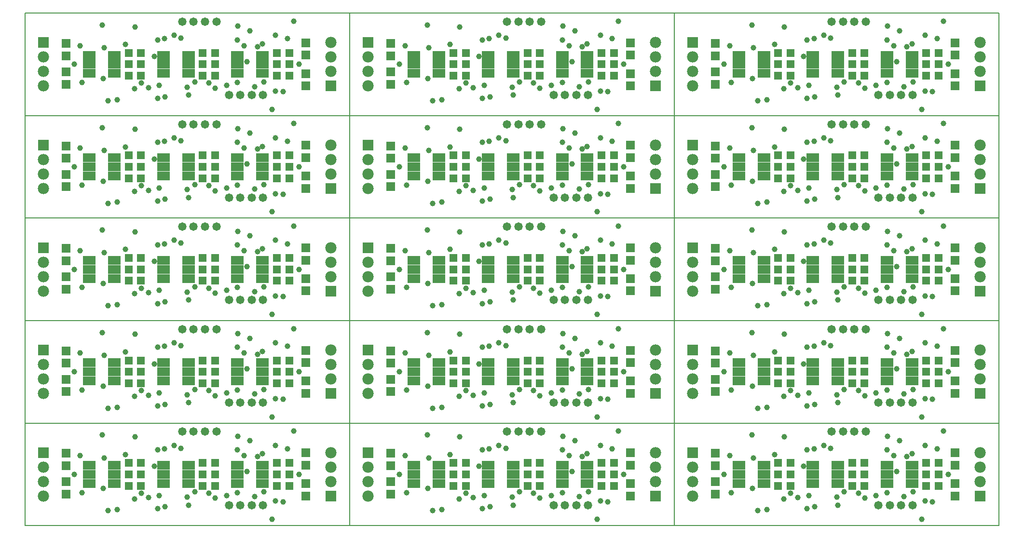
<source format=gbs>
%FSLAX25Y25*%
%MOIN*%
G70*
G01*
G75*
G04 Layer_Color=16711935*
%ADD10C,0.00787*%
%ADD11R,0.03543X0.03543*%
%ADD12R,0.05000X0.05000*%
%ADD13R,0.04000X0.07480*%
%ADD14R,0.03150X0.03150*%
%ADD15R,0.03150X0.03150*%
%ADD16R,0.03543X0.03543*%
%ADD17R,0.02559X0.01181*%
%ADD18R,0.01181X0.02559*%
%ADD19R,0.13583X0.13583*%
%ADD20R,0.09370X0.06496*%
%ADD21R,0.00984X0.02756*%
%ADD22R,0.03600X0.03600*%
%ADD23R,0.05000X0.03600*%
%ADD24C,0.01000*%
%ADD25C,0.01969*%
%ADD26C,0.00984*%
%ADD27C,0.00600*%
%ADD28R,0.05512X0.05512*%
%ADD29C,0.07000*%
%ADD30R,0.07000X0.07000*%
%ADD31C,0.05000*%
%ADD32C,0.03150*%
%ADD33C,0.03150*%
%ADD34R,0.07874X0.05118*%
%ADD35C,0.00800*%
%ADD36C,0.02000*%
%ADD37C,0.00591*%
%ADD38R,0.12795X0.12795*%
%ADD39R,0.08583X0.05709*%
%ADD40R,0.00827X0.02598*%
%ADD41R,0.04343X0.04343*%
%ADD42R,0.05800X0.05800*%
%ADD43R,0.04800X0.08280*%
%ADD44R,0.03950X0.03950*%
%ADD45R,0.03950X0.03950*%
%ADD46R,0.04343X0.04343*%
%ADD47R,0.03359X0.01981*%
%ADD48R,0.01981X0.03359*%
%ADD49R,0.14383X0.14383*%
%ADD50R,0.09685X0.06811*%
%ADD51R,0.01299X0.03071*%
%ADD52R,0.04400X0.04400*%
%ADD53R,0.05800X0.04400*%
%ADD54R,0.06312X0.06312*%
%ADD55C,0.07800*%
%ADD56R,0.07800X0.07800*%
%ADD57C,0.05800*%
%ADD58C,0.03950*%
%ADD59R,0.08674X0.05918*%
D10*
X0Y0D02*
Y70866D01*
X224410D01*
Y0D02*
Y70866D01*
X0Y0D02*
X224410D01*
Y70866D01*
X448819D01*
Y0D02*
Y70866D01*
X224410Y0D02*
X448819D01*
Y70866D01*
X673228D01*
Y0D02*
Y70866D01*
X448819Y0D02*
X673228D01*
X0Y70866D02*
Y141732D01*
X224410D01*
Y70866D02*
Y141732D01*
X0Y70866D02*
X224410D01*
Y141732D01*
X448819D01*
Y70866D02*
Y141732D01*
X224410Y70866D02*
X448819D01*
Y141732D01*
X673228D01*
Y70866D02*
Y141732D01*
X448819Y70866D02*
X673228D01*
X0Y141732D02*
Y212598D01*
X224410D01*
Y141732D02*
Y212598D01*
X0Y141732D02*
X224410D01*
Y212598D01*
X448819D01*
Y141732D02*
Y212598D01*
X224410Y141732D02*
X448819D01*
Y212598D01*
X673228D01*
Y141732D02*
Y212598D01*
X448819Y141732D02*
X673228D01*
X0Y212598D02*
Y283465D01*
X224410D01*
Y212598D02*
Y283465D01*
X0Y212598D02*
X224410D01*
Y283465D01*
X448819D01*
Y212598D02*
Y283465D01*
X224410Y212598D02*
X448819D01*
Y283465D01*
X673228D01*
Y212598D02*
Y283465D01*
X448819Y212598D02*
X673228D01*
X0Y283465D02*
Y354331D01*
X224410D01*
Y283465D02*
Y354331D01*
X0Y283465D02*
X224410D01*
Y354331D01*
X448819D01*
Y283465D02*
Y354331D01*
X224410Y283465D02*
X448819D01*
Y354331D01*
X673228D01*
Y283465D02*
Y354331D01*
X448819Y283465D02*
X673228D01*
D42*
X174097Y43307D02*
D03*
X182597D02*
D03*
X174097Y35433D02*
D03*
X182597D02*
D03*
X174097Y27559D02*
D03*
X182597D02*
D03*
X71734Y35433D02*
D03*
X80234D02*
D03*
X122915Y43307D02*
D03*
X131415D02*
D03*
X122915Y27559D02*
D03*
X131415D02*
D03*
X122915Y35433D02*
D03*
X131415D02*
D03*
X71734Y43307D02*
D03*
X80234D02*
D03*
X71734Y27559D02*
D03*
X80234D02*
D03*
X398506Y43307D02*
D03*
X407006D02*
D03*
X398506Y35433D02*
D03*
X407006D02*
D03*
X398506Y27559D02*
D03*
X407006D02*
D03*
X296144Y35433D02*
D03*
X304644D02*
D03*
X347325Y43307D02*
D03*
X355825D02*
D03*
X347325Y27559D02*
D03*
X355825D02*
D03*
X347325Y35433D02*
D03*
X355825D02*
D03*
X296144Y43307D02*
D03*
X304644D02*
D03*
X296144Y27559D02*
D03*
X304644D02*
D03*
X622915Y43307D02*
D03*
X631415D02*
D03*
X622915Y35433D02*
D03*
X631415D02*
D03*
X622915Y27559D02*
D03*
X631415D02*
D03*
X520553Y35433D02*
D03*
X529053D02*
D03*
X571734Y43307D02*
D03*
X580234D02*
D03*
X571734Y27559D02*
D03*
X580234D02*
D03*
X571734Y35433D02*
D03*
X580234D02*
D03*
X520553Y43307D02*
D03*
X529053D02*
D03*
X520553Y27559D02*
D03*
X529053D02*
D03*
X174097Y114173D02*
D03*
X182597D02*
D03*
X174097Y106299D02*
D03*
X182597D02*
D03*
X174097Y98425D02*
D03*
X182597D02*
D03*
X71734Y106299D02*
D03*
X80234D02*
D03*
X122915Y114173D02*
D03*
X131415D02*
D03*
X122915Y98425D02*
D03*
X131415D02*
D03*
X122915Y106299D02*
D03*
X131415D02*
D03*
X71734Y114173D02*
D03*
X80234D02*
D03*
X71734Y98425D02*
D03*
X80234D02*
D03*
X398506Y114173D02*
D03*
X407006D02*
D03*
X398506Y106299D02*
D03*
X407006D02*
D03*
X398506Y98425D02*
D03*
X407006D02*
D03*
X296144Y106299D02*
D03*
X304644D02*
D03*
X347325Y114173D02*
D03*
X355825D02*
D03*
X347325Y98425D02*
D03*
X355825D02*
D03*
X347325Y106299D02*
D03*
X355825D02*
D03*
X296144Y114173D02*
D03*
X304644D02*
D03*
X296144Y98425D02*
D03*
X304644D02*
D03*
X622915Y114173D02*
D03*
X631415D02*
D03*
X622915Y106299D02*
D03*
X631415D02*
D03*
X622915Y98425D02*
D03*
X631415D02*
D03*
X520553Y106299D02*
D03*
X529053D02*
D03*
X571734Y114173D02*
D03*
X580234D02*
D03*
X571734Y98425D02*
D03*
X580234D02*
D03*
X571734Y106299D02*
D03*
X580234D02*
D03*
X520553Y114173D02*
D03*
X529053D02*
D03*
X520553Y98425D02*
D03*
X529053D02*
D03*
X174097Y185039D02*
D03*
X182597D02*
D03*
X174097Y177165D02*
D03*
X182597D02*
D03*
X174097Y169291D02*
D03*
X182597D02*
D03*
X71734Y177165D02*
D03*
X80234D02*
D03*
X122915Y185039D02*
D03*
X131415D02*
D03*
X122915Y169291D02*
D03*
X131415D02*
D03*
X122915Y177165D02*
D03*
X131415D02*
D03*
X71734Y185039D02*
D03*
X80234D02*
D03*
X71734Y169291D02*
D03*
X80234D02*
D03*
X398506Y185039D02*
D03*
X407006D02*
D03*
X398506Y177165D02*
D03*
X407006D02*
D03*
X398506Y169291D02*
D03*
X407006D02*
D03*
X296144Y177165D02*
D03*
X304644D02*
D03*
X347325Y185039D02*
D03*
X355825D02*
D03*
X347325Y169291D02*
D03*
X355825D02*
D03*
X347325Y177165D02*
D03*
X355825D02*
D03*
X296144Y185039D02*
D03*
X304644D02*
D03*
X296144Y169291D02*
D03*
X304644D02*
D03*
X622915Y185039D02*
D03*
X631415D02*
D03*
X622915Y177165D02*
D03*
X631415D02*
D03*
X622915Y169291D02*
D03*
X631415D02*
D03*
X520553Y177165D02*
D03*
X529053D02*
D03*
X571734Y185039D02*
D03*
X580234D02*
D03*
X571734Y169291D02*
D03*
X580234D02*
D03*
X571734Y177165D02*
D03*
X580234D02*
D03*
X520553Y185039D02*
D03*
X529053D02*
D03*
X520553Y169291D02*
D03*
X529053D02*
D03*
X174097Y255906D02*
D03*
X182597D02*
D03*
X174097Y248031D02*
D03*
X182597D02*
D03*
X174097Y240158D02*
D03*
X182597D02*
D03*
X71734Y248031D02*
D03*
X80234D02*
D03*
X122915Y255906D02*
D03*
X131415D02*
D03*
X122915Y240158D02*
D03*
X131415D02*
D03*
X122915Y248031D02*
D03*
X131415D02*
D03*
X71734Y255906D02*
D03*
X80234D02*
D03*
X71734Y240158D02*
D03*
X80234D02*
D03*
X398506Y255906D02*
D03*
X407006D02*
D03*
X398506Y248031D02*
D03*
X407006D02*
D03*
X398506Y240158D02*
D03*
X407006D02*
D03*
X296144Y248031D02*
D03*
X304644D02*
D03*
X347325Y255906D02*
D03*
X355825D02*
D03*
X347325Y240158D02*
D03*
X355825D02*
D03*
X347325Y248031D02*
D03*
X355825D02*
D03*
X296144Y255906D02*
D03*
X304644D02*
D03*
X296144Y240158D02*
D03*
X304644D02*
D03*
X622915Y255906D02*
D03*
X631415D02*
D03*
X622915Y248031D02*
D03*
X631415D02*
D03*
X622915Y240158D02*
D03*
X631415D02*
D03*
X520553Y248031D02*
D03*
X529053D02*
D03*
X571734Y255906D02*
D03*
X580234D02*
D03*
X571734Y240158D02*
D03*
X580234D02*
D03*
X571734Y248031D02*
D03*
X580234D02*
D03*
X520553Y255906D02*
D03*
X529053D02*
D03*
X520553Y240158D02*
D03*
X529053D02*
D03*
X174097Y326772D02*
D03*
X182597D02*
D03*
X174097Y318898D02*
D03*
X182597D02*
D03*
X174097Y311024D02*
D03*
X182597D02*
D03*
X71734Y318898D02*
D03*
X80234D02*
D03*
X122915Y326772D02*
D03*
X131415D02*
D03*
X122915Y311024D02*
D03*
X131415D02*
D03*
X122915Y318898D02*
D03*
X131415D02*
D03*
X71734Y326772D02*
D03*
X80234D02*
D03*
X71734Y311024D02*
D03*
X80234D02*
D03*
X398506Y326772D02*
D03*
X407006D02*
D03*
X398506Y318898D02*
D03*
X407006D02*
D03*
X398506Y311024D02*
D03*
X407006D02*
D03*
X296144Y318898D02*
D03*
X304644D02*
D03*
X347325Y326772D02*
D03*
X355825D02*
D03*
X347325Y311024D02*
D03*
X355825D02*
D03*
X347325Y318898D02*
D03*
X355825D02*
D03*
X296144Y326772D02*
D03*
X304644D02*
D03*
X296144Y311024D02*
D03*
X304644D02*
D03*
X622915Y326772D02*
D03*
X631415D02*
D03*
X622915Y318898D02*
D03*
X631415D02*
D03*
X622915Y311024D02*
D03*
X631415D02*
D03*
X520553Y318898D02*
D03*
X529053D02*
D03*
X571734Y326772D02*
D03*
X580234D02*
D03*
X571734Y311024D02*
D03*
X580234D02*
D03*
X571734Y318898D02*
D03*
X580234D02*
D03*
X520553Y326772D02*
D03*
X529053D02*
D03*
X520553Y311024D02*
D03*
X529053D02*
D03*
D54*
X28346Y41419D02*
D03*
Y49919D02*
D03*
X28346Y30234D02*
D03*
Y21734D02*
D03*
X194095Y41813D02*
D03*
Y50313D02*
D03*
Y29053D02*
D03*
Y20553D02*
D03*
X252756Y41419D02*
D03*
Y49919D02*
D03*
X252756Y30234D02*
D03*
Y21734D02*
D03*
X418504Y41813D02*
D03*
Y50313D02*
D03*
Y29053D02*
D03*
Y20553D02*
D03*
X477165Y41419D02*
D03*
Y49919D02*
D03*
X477165Y30234D02*
D03*
Y21734D02*
D03*
X642913Y41813D02*
D03*
Y50313D02*
D03*
Y29053D02*
D03*
Y20553D02*
D03*
X28346Y112285D02*
D03*
Y120785D02*
D03*
X28346Y101100D02*
D03*
Y92600D02*
D03*
X194095Y112679D02*
D03*
Y121179D02*
D03*
Y99919D02*
D03*
Y91419D02*
D03*
X252756Y112285D02*
D03*
Y120785D02*
D03*
X252756Y101100D02*
D03*
Y92600D02*
D03*
X418504Y112679D02*
D03*
Y121179D02*
D03*
Y99919D02*
D03*
Y91419D02*
D03*
X477165Y112285D02*
D03*
Y120785D02*
D03*
X477165Y101100D02*
D03*
Y92600D02*
D03*
X642913Y112679D02*
D03*
Y121179D02*
D03*
Y99919D02*
D03*
Y91419D02*
D03*
X28346Y183152D02*
D03*
Y191652D02*
D03*
X28346Y171967D02*
D03*
Y163467D02*
D03*
X194095Y183545D02*
D03*
Y192045D02*
D03*
Y170785D02*
D03*
Y162285D02*
D03*
X252756Y183152D02*
D03*
Y191652D02*
D03*
X252756Y171967D02*
D03*
Y163467D02*
D03*
X418504Y183545D02*
D03*
Y192045D02*
D03*
Y170785D02*
D03*
Y162285D02*
D03*
X477165Y183152D02*
D03*
Y191652D02*
D03*
X477165Y171967D02*
D03*
Y163467D02*
D03*
X642913Y183545D02*
D03*
Y192045D02*
D03*
Y170785D02*
D03*
Y162285D02*
D03*
X28346Y254018D02*
D03*
Y262518D02*
D03*
X28346Y242833D02*
D03*
Y234333D02*
D03*
X194095Y254411D02*
D03*
Y262911D02*
D03*
Y241652D02*
D03*
Y233152D02*
D03*
X252756Y254018D02*
D03*
Y262518D02*
D03*
X252756Y242833D02*
D03*
Y234333D02*
D03*
X418504Y254411D02*
D03*
Y262911D02*
D03*
Y241652D02*
D03*
Y233152D02*
D03*
X477165Y254018D02*
D03*
Y262518D02*
D03*
X477165Y242833D02*
D03*
Y234333D02*
D03*
X642913Y254411D02*
D03*
Y262911D02*
D03*
Y241652D02*
D03*
Y233152D02*
D03*
X28346Y324884D02*
D03*
Y333384D02*
D03*
X28346Y313699D02*
D03*
Y305199D02*
D03*
X194095Y325278D02*
D03*
Y333778D02*
D03*
Y312518D02*
D03*
Y304018D02*
D03*
X252756Y324884D02*
D03*
Y333384D02*
D03*
X252756Y313699D02*
D03*
Y305199D02*
D03*
X418504Y325278D02*
D03*
Y333778D02*
D03*
Y312518D02*
D03*
Y304018D02*
D03*
X477165Y324884D02*
D03*
Y333384D02*
D03*
X477165Y313699D02*
D03*
Y305199D02*
D03*
X642913Y325278D02*
D03*
Y333778D02*
D03*
Y312518D02*
D03*
Y304018D02*
D03*
D55*
X12598Y20433D02*
D03*
Y30433D02*
D03*
Y40433D02*
D03*
X211417Y50433D02*
D03*
Y40433D02*
D03*
Y30433D02*
D03*
X237008Y20433D02*
D03*
Y30433D02*
D03*
Y40433D02*
D03*
X435827Y50433D02*
D03*
Y40433D02*
D03*
Y30433D02*
D03*
X461417Y20433D02*
D03*
Y30433D02*
D03*
Y40433D02*
D03*
X660236Y50433D02*
D03*
Y40433D02*
D03*
Y30433D02*
D03*
X12598Y91299D02*
D03*
Y101299D02*
D03*
Y111299D02*
D03*
X211417Y121299D02*
D03*
Y111299D02*
D03*
Y101299D02*
D03*
X237008Y91299D02*
D03*
Y101299D02*
D03*
Y111299D02*
D03*
X435827Y121299D02*
D03*
Y111299D02*
D03*
Y101299D02*
D03*
X461417Y91299D02*
D03*
Y101299D02*
D03*
Y111299D02*
D03*
X660236Y121299D02*
D03*
Y111299D02*
D03*
Y101299D02*
D03*
X12598Y162165D02*
D03*
Y172165D02*
D03*
Y182165D02*
D03*
X211417Y192165D02*
D03*
Y182165D02*
D03*
Y172165D02*
D03*
X237008Y162165D02*
D03*
Y172165D02*
D03*
Y182165D02*
D03*
X435827Y192165D02*
D03*
Y182165D02*
D03*
Y172165D02*
D03*
X461417Y162165D02*
D03*
Y172165D02*
D03*
Y182165D02*
D03*
X660236Y192165D02*
D03*
Y182165D02*
D03*
Y172165D02*
D03*
X12598Y233032D02*
D03*
Y243032D02*
D03*
Y253031D02*
D03*
X211417Y263032D02*
D03*
Y253031D02*
D03*
Y243032D02*
D03*
X237008Y233032D02*
D03*
Y243032D02*
D03*
Y253031D02*
D03*
X435827Y263032D02*
D03*
Y253031D02*
D03*
Y243032D02*
D03*
X461417Y233032D02*
D03*
Y243032D02*
D03*
Y253031D02*
D03*
X660236Y263032D02*
D03*
Y253031D02*
D03*
Y243032D02*
D03*
X12598Y303898D02*
D03*
Y313898D02*
D03*
Y323898D02*
D03*
X211417Y333898D02*
D03*
Y323898D02*
D03*
Y313898D02*
D03*
X237008Y303898D02*
D03*
Y313898D02*
D03*
Y323898D02*
D03*
X435827Y333898D02*
D03*
Y323898D02*
D03*
Y313898D02*
D03*
X461417Y303898D02*
D03*
Y313898D02*
D03*
Y323898D02*
D03*
X660236Y333898D02*
D03*
Y323898D02*
D03*
Y313898D02*
D03*
D56*
X12598Y50433D02*
D03*
X211417Y20433D02*
D03*
X237008Y50433D02*
D03*
X435827Y20433D02*
D03*
X461417Y50433D02*
D03*
X660236Y20433D02*
D03*
X12598Y121299D02*
D03*
X211417Y91299D02*
D03*
X237008Y121299D02*
D03*
X435827Y91299D02*
D03*
X461417Y121299D02*
D03*
X660236Y91299D02*
D03*
X12598Y192165D02*
D03*
X211417Y162165D02*
D03*
X237008Y192165D02*
D03*
X435827Y162165D02*
D03*
X461417Y192165D02*
D03*
X660236Y162165D02*
D03*
X12598Y263032D02*
D03*
X211417Y233032D02*
D03*
X237008Y263032D02*
D03*
X435827Y233032D02*
D03*
X461417Y263032D02*
D03*
X660236Y233032D02*
D03*
X12598Y333898D02*
D03*
X211417Y303898D02*
D03*
X237008Y333898D02*
D03*
X435827Y303898D02*
D03*
X461417Y333898D02*
D03*
X660236Y303898D02*
D03*
D57*
X140945Y14173D02*
D03*
X148819D02*
D03*
X156693D02*
D03*
X164567D02*
D03*
X108661Y64961D02*
D03*
X116535D02*
D03*
X124409D02*
D03*
X132283D02*
D03*
X365354Y14173D02*
D03*
X373228D02*
D03*
X381102D02*
D03*
X388976D02*
D03*
X333071Y64961D02*
D03*
X340945D02*
D03*
X348819D02*
D03*
X356693D02*
D03*
X589764Y14173D02*
D03*
X597638D02*
D03*
X605512D02*
D03*
X613386D02*
D03*
X557480Y64961D02*
D03*
X565354D02*
D03*
X573228D02*
D03*
X581102D02*
D03*
X140945Y85039D02*
D03*
X148819D02*
D03*
X156693D02*
D03*
X164567D02*
D03*
X108661Y135827D02*
D03*
X116535D02*
D03*
X124409D02*
D03*
X132283D02*
D03*
X365354Y85039D02*
D03*
X373228D02*
D03*
X381102D02*
D03*
X388976D02*
D03*
X333071Y135827D02*
D03*
X340945D02*
D03*
X348819D02*
D03*
X356693D02*
D03*
X589764Y85039D02*
D03*
X597638D02*
D03*
X605512D02*
D03*
X613386D02*
D03*
X557480Y135827D02*
D03*
X565354D02*
D03*
X573228D02*
D03*
X581102D02*
D03*
X140945Y155905D02*
D03*
X148819D02*
D03*
X156693D02*
D03*
X164567D02*
D03*
X108661Y206693D02*
D03*
X116535D02*
D03*
X124409D02*
D03*
X132283D02*
D03*
X365354Y155905D02*
D03*
X373228D02*
D03*
X381102D02*
D03*
X388976D02*
D03*
X333071Y206693D02*
D03*
X340945D02*
D03*
X348819D02*
D03*
X356693D02*
D03*
X589764Y155905D02*
D03*
X597638D02*
D03*
X605512D02*
D03*
X613386D02*
D03*
X557480Y206693D02*
D03*
X565354D02*
D03*
X573228D02*
D03*
X581102D02*
D03*
X140945Y226772D02*
D03*
X148819D02*
D03*
X156693D02*
D03*
X164567D02*
D03*
X108661Y277559D02*
D03*
X116535D02*
D03*
X124409D02*
D03*
X132283D02*
D03*
X365354Y226772D02*
D03*
X373228D02*
D03*
X381102D02*
D03*
X388976D02*
D03*
X333071Y277559D02*
D03*
X340945D02*
D03*
X348819D02*
D03*
X356693D02*
D03*
X589764Y226772D02*
D03*
X597638D02*
D03*
X605512D02*
D03*
X613386D02*
D03*
X557480Y277559D02*
D03*
X565354D02*
D03*
X573228D02*
D03*
X581102D02*
D03*
X140945Y297638D02*
D03*
X148819D02*
D03*
X156693D02*
D03*
X164567D02*
D03*
X108661Y348425D02*
D03*
X116535D02*
D03*
X124409D02*
D03*
X132283D02*
D03*
X365354Y297638D02*
D03*
X373228D02*
D03*
X381102D02*
D03*
X388976D02*
D03*
X333071Y348425D02*
D03*
X340945D02*
D03*
X348819D02*
D03*
X356693D02*
D03*
X589764Y297638D02*
D03*
X597638D02*
D03*
X605512D02*
D03*
X613386D02*
D03*
X557480Y348425D02*
D03*
X565354D02*
D03*
X573228D02*
D03*
X581102D02*
D03*
D58*
X38189Y48425D02*
D03*
X34252Y35433D02*
D03*
X39370Y22835D02*
D03*
X131496Y18898D02*
D03*
X158661Y20079D02*
D03*
X153543Y37402D02*
D03*
X170866Y4331D02*
D03*
X146850Y22835D02*
D03*
X107874Y53543D02*
D03*
X173228Y55512D02*
D03*
X146850Y52362D02*
D03*
X69291Y49213D02*
D03*
X54724Y46850D02*
D03*
X103150Y55512D02*
D03*
X63779Y11024D02*
D03*
X164173Y49606D02*
D03*
X160630Y47638D02*
D03*
X89370Y40945D02*
D03*
X112205Y19685D02*
D03*
X189370Y35433D02*
D03*
X173228Y16929D02*
D03*
X127165Y22441D02*
D03*
X91732Y11811D02*
D03*
X53543Y62598D02*
D03*
X75984Y61417D02*
D03*
X96457Y53150D02*
D03*
X96850Y12992D02*
D03*
X139370Y20866D02*
D03*
X155512Y58661D02*
D03*
X164961Y23228D02*
D03*
X185827Y65354D02*
D03*
X117323Y23228D02*
D03*
X85433Y19291D02*
D03*
X92913Y20866D02*
D03*
X151575Y48425D02*
D03*
X147244Y61811D02*
D03*
X80315Y22441D02*
D03*
X181496Y53150D02*
D03*
X75590Y18504D02*
D03*
X57480Y10236D02*
D03*
X112992Y14173D02*
D03*
X178347Y16535D02*
D03*
X91732Y52362D02*
D03*
X53937Y25591D02*
D03*
X262598Y48425D02*
D03*
X258661Y35433D02*
D03*
X263779Y22835D02*
D03*
X355906Y18898D02*
D03*
X383071Y20079D02*
D03*
X377953Y37402D02*
D03*
X395276Y4331D02*
D03*
X371260Y22835D02*
D03*
X332283Y53543D02*
D03*
X397638Y55512D02*
D03*
X371260Y52362D02*
D03*
X293701Y49213D02*
D03*
X279134Y46850D02*
D03*
X327559Y55512D02*
D03*
X288189Y11024D02*
D03*
X388583Y49606D02*
D03*
X385039Y47638D02*
D03*
X313779Y40945D02*
D03*
X336614Y19685D02*
D03*
X413779Y35433D02*
D03*
X397638Y16929D02*
D03*
X351575Y22441D02*
D03*
X316142Y11811D02*
D03*
X277953Y62598D02*
D03*
X300394Y61417D02*
D03*
X320866Y53150D02*
D03*
X321260Y12992D02*
D03*
X363779Y20866D02*
D03*
X379921Y58661D02*
D03*
X389370Y23228D02*
D03*
X410236Y65354D02*
D03*
X341732Y23228D02*
D03*
X309842Y19291D02*
D03*
X317323Y20866D02*
D03*
X375984Y48425D02*
D03*
X371654Y61811D02*
D03*
X304724Y22441D02*
D03*
X405905Y53150D02*
D03*
X300000Y18504D02*
D03*
X281890Y10236D02*
D03*
X337402Y14173D02*
D03*
X402756Y16535D02*
D03*
X316142Y52362D02*
D03*
X278346Y25591D02*
D03*
X487008Y48425D02*
D03*
X483071Y35433D02*
D03*
X488189Y22835D02*
D03*
X580315Y18898D02*
D03*
X607480Y20079D02*
D03*
X602362Y37402D02*
D03*
X619685Y4331D02*
D03*
X595669Y22835D02*
D03*
X556693Y53543D02*
D03*
X622047Y55512D02*
D03*
X595669Y52362D02*
D03*
X518110Y49213D02*
D03*
X503543Y46850D02*
D03*
X551968Y55512D02*
D03*
X512598Y11024D02*
D03*
X612992Y49606D02*
D03*
X609449Y47638D02*
D03*
X538189Y40945D02*
D03*
X561024Y19685D02*
D03*
X638189Y35433D02*
D03*
X622047Y16929D02*
D03*
X575984Y22441D02*
D03*
X540551Y11811D02*
D03*
X502362Y62598D02*
D03*
X524803Y61417D02*
D03*
X545276Y53150D02*
D03*
X545669Y12992D02*
D03*
X588189Y20866D02*
D03*
X604331Y58661D02*
D03*
X613779Y23228D02*
D03*
X634646Y65354D02*
D03*
X566142Y23228D02*
D03*
X534252Y19291D02*
D03*
X541732Y20866D02*
D03*
X600394Y48425D02*
D03*
X596063Y61811D02*
D03*
X529134Y22441D02*
D03*
X630315Y53150D02*
D03*
X524409Y18504D02*
D03*
X506299Y10236D02*
D03*
X561811Y14173D02*
D03*
X627165Y16535D02*
D03*
X540551Y52362D02*
D03*
X502756Y25591D02*
D03*
X38189Y119291D02*
D03*
X34252Y106299D02*
D03*
X39370Y93701D02*
D03*
X131496Y89764D02*
D03*
X158661Y90945D02*
D03*
X153543Y108268D02*
D03*
X170866Y75197D02*
D03*
X146850Y93701D02*
D03*
X107874Y124409D02*
D03*
X173228Y126378D02*
D03*
X146850Y123228D02*
D03*
X69291Y120079D02*
D03*
X54724Y117717D02*
D03*
X103150Y126378D02*
D03*
X63779Y81890D02*
D03*
X164173Y120472D02*
D03*
X160630Y118504D02*
D03*
X89370Y111811D02*
D03*
X112205Y90551D02*
D03*
X189370Y106299D02*
D03*
X173228Y87795D02*
D03*
X127165Y93307D02*
D03*
X91732Y82677D02*
D03*
X53543Y133465D02*
D03*
X75984Y132283D02*
D03*
X96457Y124016D02*
D03*
X96850Y83858D02*
D03*
X139370Y91732D02*
D03*
X155512Y129528D02*
D03*
X164961Y94095D02*
D03*
X185827Y136221D02*
D03*
X117323Y94095D02*
D03*
X85433Y90158D02*
D03*
X92913Y91732D02*
D03*
X151575Y119291D02*
D03*
X147244Y132677D02*
D03*
X80315Y93307D02*
D03*
X181496Y124016D02*
D03*
X75590Y89370D02*
D03*
X57480Y81102D02*
D03*
X112992Y85039D02*
D03*
X178347Y87402D02*
D03*
X91732Y123228D02*
D03*
X53937Y96457D02*
D03*
X262598Y119291D02*
D03*
X258661Y106299D02*
D03*
X263779Y93701D02*
D03*
X355906Y89764D02*
D03*
X383071Y90945D02*
D03*
X377953Y108268D02*
D03*
X395276Y75197D02*
D03*
X371260Y93701D02*
D03*
X332283Y124409D02*
D03*
X397638Y126378D02*
D03*
X371260Y123228D02*
D03*
X293701Y120079D02*
D03*
X279134Y117717D02*
D03*
X327559Y126378D02*
D03*
X288189Y81890D02*
D03*
X388583Y120472D02*
D03*
X385039Y118504D02*
D03*
X313779Y111811D02*
D03*
X336614Y90551D02*
D03*
X413779Y106299D02*
D03*
X397638Y87795D02*
D03*
X351575Y93307D02*
D03*
X316142Y82677D02*
D03*
X277953Y133465D02*
D03*
X300394Y132283D02*
D03*
X320866Y124016D02*
D03*
X321260Y83858D02*
D03*
X363779Y91732D02*
D03*
X379921Y129528D02*
D03*
X389370Y94095D02*
D03*
X410236Y136221D02*
D03*
X341732Y94095D02*
D03*
X309842Y90158D02*
D03*
X317323Y91732D02*
D03*
X375984Y119291D02*
D03*
X371654Y132677D02*
D03*
X304724Y93307D02*
D03*
X405905Y124016D02*
D03*
X300000Y89370D02*
D03*
X281890Y81102D02*
D03*
X337402Y85039D02*
D03*
X402756Y87402D02*
D03*
X316142Y123228D02*
D03*
X278346Y96457D02*
D03*
X487008Y119291D02*
D03*
X483071Y106299D02*
D03*
X488189Y93701D02*
D03*
X580315Y89764D02*
D03*
X607480Y90945D02*
D03*
X602362Y108268D02*
D03*
X619685Y75197D02*
D03*
X595669Y93701D02*
D03*
X556693Y124409D02*
D03*
X622047Y126378D02*
D03*
X595669Y123228D02*
D03*
X518110Y120079D02*
D03*
X503543Y117717D02*
D03*
X551968Y126378D02*
D03*
X512598Y81890D02*
D03*
X612992Y120472D02*
D03*
X609449Y118504D02*
D03*
X538189Y111811D02*
D03*
X561024Y90551D02*
D03*
X638189Y106299D02*
D03*
X622047Y87795D02*
D03*
X575984Y93307D02*
D03*
X540551Y82677D02*
D03*
X502362Y133465D02*
D03*
X524803Y132283D02*
D03*
X545276Y124016D02*
D03*
X545669Y83858D02*
D03*
X588189Y91732D02*
D03*
X604331Y129528D02*
D03*
X613779Y94095D02*
D03*
X634646Y136221D02*
D03*
X566142Y94095D02*
D03*
X534252Y90158D02*
D03*
X541732Y91732D02*
D03*
X600394Y119291D02*
D03*
X596063Y132677D02*
D03*
X529134Y93307D02*
D03*
X630315Y124016D02*
D03*
X524409Y89370D02*
D03*
X506299Y81102D02*
D03*
X561811Y85039D02*
D03*
X627165Y87402D02*
D03*
X540551Y123228D02*
D03*
X502756Y96457D02*
D03*
X38189Y190157D02*
D03*
X34252Y177165D02*
D03*
X39370Y164567D02*
D03*
X131496Y160630D02*
D03*
X158661Y161811D02*
D03*
X153543Y179134D02*
D03*
X170866Y146063D02*
D03*
X146850Y164567D02*
D03*
X107874Y195276D02*
D03*
X173228Y197244D02*
D03*
X146850Y194095D02*
D03*
X69291Y190945D02*
D03*
X54724Y188583D02*
D03*
X103150Y197244D02*
D03*
X63779Y152756D02*
D03*
X164173Y191339D02*
D03*
X160630Y189370D02*
D03*
X89370Y182677D02*
D03*
X112205Y161417D02*
D03*
X189370Y177165D02*
D03*
X173228Y158661D02*
D03*
X127165Y164173D02*
D03*
X91732Y153543D02*
D03*
X53543Y204331D02*
D03*
X75984Y203150D02*
D03*
X96457Y194882D02*
D03*
X96850Y154724D02*
D03*
X139370Y162598D02*
D03*
X155512Y200394D02*
D03*
X164961Y164961D02*
D03*
X185827Y207087D02*
D03*
X117323Y164961D02*
D03*
X85433Y161024D02*
D03*
X92913Y162598D02*
D03*
X151575Y190157D02*
D03*
X147244Y203543D02*
D03*
X80315Y164173D02*
D03*
X181496Y194882D02*
D03*
X75590Y160236D02*
D03*
X57480Y151969D02*
D03*
X112992Y155905D02*
D03*
X178347Y158268D02*
D03*
X91732Y194095D02*
D03*
X53937Y167323D02*
D03*
X262598Y190157D02*
D03*
X258661Y177165D02*
D03*
X263779Y164567D02*
D03*
X355906Y160630D02*
D03*
X383071Y161811D02*
D03*
X377953Y179134D02*
D03*
X395276Y146063D02*
D03*
X371260Y164567D02*
D03*
X332283Y195276D02*
D03*
X397638Y197244D02*
D03*
X371260Y194095D02*
D03*
X293701Y190945D02*
D03*
X279134Y188583D02*
D03*
X327559Y197244D02*
D03*
X288189Y152756D02*
D03*
X388583Y191339D02*
D03*
X385039Y189370D02*
D03*
X313779Y182677D02*
D03*
X336614Y161417D02*
D03*
X413779Y177165D02*
D03*
X397638Y158661D02*
D03*
X351575Y164173D02*
D03*
X316142Y153543D02*
D03*
X277953Y204331D02*
D03*
X300394Y203150D02*
D03*
X320866Y194882D02*
D03*
X321260Y154724D02*
D03*
X363779Y162598D02*
D03*
X379921Y200394D02*
D03*
X389370Y164961D02*
D03*
X410236Y207087D02*
D03*
X341732Y164961D02*
D03*
X309842Y161024D02*
D03*
X317323Y162598D02*
D03*
X375984Y190157D02*
D03*
X371654Y203543D02*
D03*
X304724Y164173D02*
D03*
X405905Y194882D02*
D03*
X300000Y160236D02*
D03*
X281890Y151969D02*
D03*
X337402Y155905D02*
D03*
X402756Y158268D02*
D03*
X316142Y194095D02*
D03*
X278346Y167323D02*
D03*
X487008Y190157D02*
D03*
X483071Y177165D02*
D03*
X488189Y164567D02*
D03*
X580315Y160630D02*
D03*
X607480Y161811D02*
D03*
X602362Y179134D02*
D03*
X619685Y146063D02*
D03*
X595669Y164567D02*
D03*
X556693Y195276D02*
D03*
X622047Y197244D02*
D03*
X595669Y194095D02*
D03*
X518110Y190945D02*
D03*
X503543Y188583D02*
D03*
X551968Y197244D02*
D03*
X512598Y152756D02*
D03*
X612992Y191339D02*
D03*
X609449Y189370D02*
D03*
X538189Y182677D02*
D03*
X561024Y161417D02*
D03*
X638189Y177165D02*
D03*
X622047Y158661D02*
D03*
X575984Y164173D02*
D03*
X540551Y153543D02*
D03*
X502362Y204331D02*
D03*
X524803Y203150D02*
D03*
X545276Y194882D02*
D03*
X545669Y154724D02*
D03*
X588189Y162598D02*
D03*
X604331Y200394D02*
D03*
X613779Y164961D02*
D03*
X634646Y207087D02*
D03*
X566142Y164961D02*
D03*
X534252Y161024D02*
D03*
X541732Y162598D02*
D03*
X600394Y190157D02*
D03*
X596063Y203543D02*
D03*
X529134Y164173D02*
D03*
X630315Y194882D02*
D03*
X524409Y160236D02*
D03*
X506299Y151969D02*
D03*
X561811Y155905D02*
D03*
X627165Y158268D02*
D03*
X540551Y194095D02*
D03*
X502756Y167323D02*
D03*
X38189Y261024D02*
D03*
X34252Y248031D02*
D03*
X39370Y235433D02*
D03*
X131496Y231496D02*
D03*
X158661Y232677D02*
D03*
X153543Y250000D02*
D03*
X170866Y216929D02*
D03*
X146850Y235433D02*
D03*
X107874Y266142D02*
D03*
X173228Y268110D02*
D03*
X146850Y264961D02*
D03*
X69291Y261811D02*
D03*
X54724Y259449D02*
D03*
X103150Y268110D02*
D03*
X63779Y223622D02*
D03*
X164173Y262205D02*
D03*
X160630Y260236D02*
D03*
X89370Y253543D02*
D03*
X112205Y232283D02*
D03*
X189370Y248031D02*
D03*
X173228Y229528D02*
D03*
X127165Y235039D02*
D03*
X91732Y224409D02*
D03*
X53543Y275197D02*
D03*
X75984Y274016D02*
D03*
X96457Y265748D02*
D03*
X96850Y225590D02*
D03*
X139370Y233465D02*
D03*
X155512Y271260D02*
D03*
X164961Y235827D02*
D03*
X185827Y277953D02*
D03*
X117323Y235827D02*
D03*
X85433Y231890D02*
D03*
X92913Y233465D02*
D03*
X151575Y261024D02*
D03*
X147244Y274409D02*
D03*
X80315Y235039D02*
D03*
X181496Y265748D02*
D03*
X75590Y231102D02*
D03*
X57480Y222835D02*
D03*
X112992Y226772D02*
D03*
X178347Y229134D02*
D03*
X91732Y264961D02*
D03*
X53937Y238189D02*
D03*
X262598Y261024D02*
D03*
X258661Y248031D02*
D03*
X263779Y235433D02*
D03*
X355906Y231496D02*
D03*
X383071Y232677D02*
D03*
X377953Y250000D02*
D03*
X395276Y216929D02*
D03*
X371260Y235433D02*
D03*
X332283Y266142D02*
D03*
X397638Y268110D02*
D03*
X371260Y264961D02*
D03*
X293701Y261811D02*
D03*
X279134Y259449D02*
D03*
X327559Y268110D02*
D03*
X288189Y223622D02*
D03*
X388583Y262205D02*
D03*
X385039Y260236D02*
D03*
X313779Y253543D02*
D03*
X336614Y232283D02*
D03*
X413779Y248031D02*
D03*
X397638Y229528D02*
D03*
X351575Y235039D02*
D03*
X316142Y224409D02*
D03*
X277953Y275197D02*
D03*
X300394Y274016D02*
D03*
X320866Y265748D02*
D03*
X321260Y225590D02*
D03*
X363779Y233465D02*
D03*
X379921Y271260D02*
D03*
X389370Y235827D02*
D03*
X410236Y277953D02*
D03*
X341732Y235827D02*
D03*
X309842Y231890D02*
D03*
X317323Y233465D02*
D03*
X375984Y261024D02*
D03*
X371654Y274409D02*
D03*
X304724Y235039D02*
D03*
X405905Y265748D02*
D03*
X300000Y231102D02*
D03*
X281890Y222835D02*
D03*
X337402Y226772D02*
D03*
X402756Y229134D02*
D03*
X316142Y264961D02*
D03*
X278346Y238189D02*
D03*
X487008Y261024D02*
D03*
X483071Y248031D02*
D03*
X488189Y235433D02*
D03*
X580315Y231496D02*
D03*
X607480Y232677D02*
D03*
X602362Y250000D02*
D03*
X619685Y216929D02*
D03*
X595669Y235433D02*
D03*
X556693Y266142D02*
D03*
X622047Y268110D02*
D03*
X595669Y264961D02*
D03*
X518110Y261811D02*
D03*
X503543Y259449D02*
D03*
X551968Y268110D02*
D03*
X512598Y223622D02*
D03*
X612992Y262205D02*
D03*
X609449Y260236D02*
D03*
X538189Y253543D02*
D03*
X561024Y232283D02*
D03*
X638189Y248031D02*
D03*
X622047Y229528D02*
D03*
X575984Y235039D02*
D03*
X540551Y224409D02*
D03*
X502362Y275197D02*
D03*
X524803Y274016D02*
D03*
X545276Y265748D02*
D03*
X545669Y225590D02*
D03*
X588189Y233465D02*
D03*
X604331Y271260D02*
D03*
X613779Y235827D02*
D03*
X634646Y277953D02*
D03*
X566142Y235827D02*
D03*
X534252Y231890D02*
D03*
X541732Y233465D02*
D03*
X600394Y261024D02*
D03*
X596063Y274409D02*
D03*
X529134Y235039D02*
D03*
X630315Y265748D02*
D03*
X524409Y231102D02*
D03*
X506299Y222835D02*
D03*
X561811Y226772D02*
D03*
X627165Y229134D02*
D03*
X540551Y264961D02*
D03*
X502756Y238189D02*
D03*
X38189Y331890D02*
D03*
X34252Y318898D02*
D03*
X39370Y306299D02*
D03*
X131496Y302362D02*
D03*
X158661Y303543D02*
D03*
X153543Y320866D02*
D03*
X170866Y287795D02*
D03*
X146850Y306299D02*
D03*
X107874Y337008D02*
D03*
X173228Y338976D02*
D03*
X146850Y335827D02*
D03*
X69291Y332677D02*
D03*
X54724Y330315D02*
D03*
X103150Y338976D02*
D03*
X63779Y294488D02*
D03*
X164173Y333071D02*
D03*
X160630Y331102D02*
D03*
X89370Y324409D02*
D03*
X112205Y303150D02*
D03*
X189370Y318898D02*
D03*
X173228Y300394D02*
D03*
X127165Y305906D02*
D03*
X91732Y295276D02*
D03*
X53543Y346063D02*
D03*
X75984Y344882D02*
D03*
X96457Y336614D02*
D03*
X96850Y296457D02*
D03*
X139370Y304331D02*
D03*
X155512Y342126D02*
D03*
X164961Y306693D02*
D03*
X185827Y348819D02*
D03*
X117323Y306693D02*
D03*
X85433Y302756D02*
D03*
X92913Y304331D02*
D03*
X151575Y331890D02*
D03*
X147244Y345276D02*
D03*
X80315Y305906D02*
D03*
X181496Y336614D02*
D03*
X75590Y301969D02*
D03*
X57480Y293701D02*
D03*
X112992Y297638D02*
D03*
X178347Y300000D02*
D03*
X91732Y335827D02*
D03*
X53937Y309055D02*
D03*
X262598Y331890D02*
D03*
X258661Y318898D02*
D03*
X263779Y306299D02*
D03*
X355906Y302362D02*
D03*
X383071Y303543D02*
D03*
X377953Y320866D02*
D03*
X395276Y287795D02*
D03*
X371260Y306299D02*
D03*
X332283Y337008D02*
D03*
X397638Y338976D02*
D03*
X371260Y335827D02*
D03*
X293701Y332677D02*
D03*
X279134Y330315D02*
D03*
X327559Y338976D02*
D03*
X288189Y294488D02*
D03*
X388583Y333071D02*
D03*
X385039Y331102D02*
D03*
X313779Y324409D02*
D03*
X336614Y303150D02*
D03*
X413779Y318898D02*
D03*
X397638Y300394D02*
D03*
X351575Y305906D02*
D03*
X316142Y295276D02*
D03*
X277953Y346063D02*
D03*
X300394Y344882D02*
D03*
X320866Y336614D02*
D03*
X321260Y296457D02*
D03*
X363779Y304331D02*
D03*
X379921Y342126D02*
D03*
X389370Y306693D02*
D03*
X410236Y348819D02*
D03*
X341732Y306693D02*
D03*
X309842Y302756D02*
D03*
X317323Y304331D02*
D03*
X375984Y331890D02*
D03*
X371654Y345276D02*
D03*
X304724Y305906D02*
D03*
X405905Y336614D02*
D03*
X300000Y301969D02*
D03*
X281890Y293701D02*
D03*
X337402Y297638D02*
D03*
X402756Y300000D02*
D03*
X316142Y335827D02*
D03*
X278346Y309055D02*
D03*
X487008Y331890D02*
D03*
X483071Y318898D02*
D03*
X488189Y306299D02*
D03*
X580315Y302362D02*
D03*
X607480Y303543D02*
D03*
X602362Y320866D02*
D03*
X619685Y287795D02*
D03*
X595669Y306299D02*
D03*
X556693Y337008D02*
D03*
X622047Y338976D02*
D03*
X595669Y335827D02*
D03*
X518110Y332677D02*
D03*
X503543Y330315D02*
D03*
X551968Y338976D02*
D03*
X512598Y294488D02*
D03*
X612992Y333071D02*
D03*
X609449Y331102D02*
D03*
X538189Y324409D02*
D03*
X561024Y303150D02*
D03*
X638189Y318898D02*
D03*
X622047Y300394D02*
D03*
X575984Y305906D02*
D03*
X540551Y295276D02*
D03*
X502362Y346063D02*
D03*
X524803Y344882D02*
D03*
X545276Y336614D02*
D03*
X545669Y296457D02*
D03*
X588189Y304331D02*
D03*
X604331Y342126D02*
D03*
X613779Y306693D02*
D03*
X634646Y348819D02*
D03*
X566142Y306693D02*
D03*
X534252Y302756D02*
D03*
X541732Y304331D02*
D03*
X600394Y331890D02*
D03*
X596063Y345276D02*
D03*
X529134Y305906D02*
D03*
X630315Y336614D02*
D03*
X524409Y301969D02*
D03*
X506299Y293701D02*
D03*
X561811Y297638D02*
D03*
X627165Y300000D02*
D03*
X540551Y335827D02*
D03*
X502756Y309055D02*
D03*
D59*
X61811Y41732D02*
D03*
Y35433D02*
D03*
Y29134D02*
D03*
X44488Y41732D02*
D03*
Y35433D02*
D03*
Y29134D02*
D03*
X112992Y41732D02*
D03*
Y35433D02*
D03*
Y29134D02*
D03*
X95669Y41732D02*
D03*
Y35433D02*
D03*
Y29134D02*
D03*
X164173Y41732D02*
D03*
Y35433D02*
D03*
Y29134D02*
D03*
X146850Y41732D02*
D03*
Y35433D02*
D03*
Y29134D02*
D03*
X286221Y41732D02*
D03*
Y35433D02*
D03*
Y29134D02*
D03*
X268898Y41732D02*
D03*
Y35433D02*
D03*
Y29134D02*
D03*
X337402Y41732D02*
D03*
Y35433D02*
D03*
Y29134D02*
D03*
X320079Y41732D02*
D03*
Y35433D02*
D03*
Y29134D02*
D03*
X388583Y41732D02*
D03*
Y35433D02*
D03*
Y29134D02*
D03*
X371260Y41732D02*
D03*
Y35433D02*
D03*
Y29134D02*
D03*
X510630Y41732D02*
D03*
Y35433D02*
D03*
Y29134D02*
D03*
X493307Y41732D02*
D03*
Y35433D02*
D03*
Y29134D02*
D03*
X561811Y41732D02*
D03*
Y35433D02*
D03*
Y29134D02*
D03*
X544488Y41732D02*
D03*
Y35433D02*
D03*
Y29134D02*
D03*
X612992Y41732D02*
D03*
Y35433D02*
D03*
Y29134D02*
D03*
X595669Y41732D02*
D03*
Y35433D02*
D03*
Y29134D02*
D03*
X61811Y112598D02*
D03*
Y106299D02*
D03*
Y100000D02*
D03*
X44488Y112598D02*
D03*
Y106299D02*
D03*
Y100000D02*
D03*
X112992Y112598D02*
D03*
Y106299D02*
D03*
Y100000D02*
D03*
X95669Y112598D02*
D03*
Y106299D02*
D03*
Y100000D02*
D03*
X164173Y112598D02*
D03*
Y106299D02*
D03*
Y100000D02*
D03*
X146850Y112598D02*
D03*
Y106299D02*
D03*
Y100000D02*
D03*
X286221Y112598D02*
D03*
Y106299D02*
D03*
Y100000D02*
D03*
X268898Y112598D02*
D03*
Y106299D02*
D03*
Y100000D02*
D03*
X337402Y112598D02*
D03*
Y106299D02*
D03*
Y100000D02*
D03*
X320079Y112598D02*
D03*
Y106299D02*
D03*
Y100000D02*
D03*
X388583Y112598D02*
D03*
Y106299D02*
D03*
Y100000D02*
D03*
X371260Y112598D02*
D03*
Y106299D02*
D03*
Y100000D02*
D03*
X510630Y112598D02*
D03*
Y106299D02*
D03*
Y100000D02*
D03*
X493307Y112598D02*
D03*
Y106299D02*
D03*
Y100000D02*
D03*
X561811Y112598D02*
D03*
Y106299D02*
D03*
Y100000D02*
D03*
X544488Y112598D02*
D03*
Y106299D02*
D03*
Y100000D02*
D03*
X612992Y112598D02*
D03*
Y106299D02*
D03*
Y100000D02*
D03*
X595669Y112598D02*
D03*
Y106299D02*
D03*
Y100000D02*
D03*
X61811Y183465D02*
D03*
Y177165D02*
D03*
Y170866D02*
D03*
X44488Y183465D02*
D03*
Y177165D02*
D03*
Y170866D02*
D03*
X112992Y183465D02*
D03*
Y177165D02*
D03*
Y170866D02*
D03*
X95669Y183465D02*
D03*
Y177165D02*
D03*
Y170866D02*
D03*
X164173Y183465D02*
D03*
Y177165D02*
D03*
Y170866D02*
D03*
X146850Y183465D02*
D03*
Y177165D02*
D03*
Y170866D02*
D03*
X286221Y183465D02*
D03*
Y177165D02*
D03*
Y170866D02*
D03*
X268898Y183465D02*
D03*
Y177165D02*
D03*
Y170866D02*
D03*
X337402Y183465D02*
D03*
Y177165D02*
D03*
Y170866D02*
D03*
X320079Y183465D02*
D03*
Y177165D02*
D03*
Y170866D02*
D03*
X388583Y183465D02*
D03*
Y177165D02*
D03*
Y170866D02*
D03*
X371260Y183465D02*
D03*
Y177165D02*
D03*
Y170866D02*
D03*
X510630Y183465D02*
D03*
Y177165D02*
D03*
Y170866D02*
D03*
X493307Y183465D02*
D03*
Y177165D02*
D03*
Y170866D02*
D03*
X561811Y183465D02*
D03*
Y177165D02*
D03*
Y170866D02*
D03*
X544488Y183465D02*
D03*
Y177165D02*
D03*
Y170866D02*
D03*
X612992Y183465D02*
D03*
Y177165D02*
D03*
Y170866D02*
D03*
X595669Y183465D02*
D03*
Y177165D02*
D03*
Y170866D02*
D03*
X61811Y254331D02*
D03*
Y248031D02*
D03*
Y241732D02*
D03*
X44488Y254331D02*
D03*
Y248031D02*
D03*
Y241732D02*
D03*
X112992Y254331D02*
D03*
Y248031D02*
D03*
Y241732D02*
D03*
X95669Y254331D02*
D03*
Y248031D02*
D03*
Y241732D02*
D03*
X164173Y254331D02*
D03*
Y248031D02*
D03*
Y241732D02*
D03*
X146850Y254331D02*
D03*
Y248031D02*
D03*
Y241732D02*
D03*
X286221Y254331D02*
D03*
Y248031D02*
D03*
Y241732D02*
D03*
X268898Y254331D02*
D03*
Y248031D02*
D03*
Y241732D02*
D03*
X337402Y254331D02*
D03*
Y248031D02*
D03*
Y241732D02*
D03*
X320079Y254331D02*
D03*
Y248031D02*
D03*
Y241732D02*
D03*
X388583Y254331D02*
D03*
Y248031D02*
D03*
Y241732D02*
D03*
X371260Y254331D02*
D03*
Y248031D02*
D03*
Y241732D02*
D03*
X510630Y254331D02*
D03*
Y248031D02*
D03*
Y241732D02*
D03*
X493307Y254331D02*
D03*
Y248031D02*
D03*
Y241732D02*
D03*
X561811Y254331D02*
D03*
Y248031D02*
D03*
Y241732D02*
D03*
X544488Y254331D02*
D03*
Y248031D02*
D03*
Y241732D02*
D03*
X612992Y254331D02*
D03*
Y248031D02*
D03*
Y241732D02*
D03*
X595669Y254331D02*
D03*
Y248031D02*
D03*
Y241732D02*
D03*
X61811Y325197D02*
D03*
Y318898D02*
D03*
Y312598D02*
D03*
X44488Y325197D02*
D03*
Y318898D02*
D03*
Y312598D02*
D03*
X112992Y325197D02*
D03*
Y318898D02*
D03*
Y312598D02*
D03*
X95669Y325197D02*
D03*
Y318898D02*
D03*
Y312598D02*
D03*
X164173Y325197D02*
D03*
Y318898D02*
D03*
Y312598D02*
D03*
X146850Y325197D02*
D03*
Y318898D02*
D03*
Y312598D02*
D03*
X286221Y325197D02*
D03*
Y318898D02*
D03*
Y312598D02*
D03*
X268898Y325197D02*
D03*
Y318898D02*
D03*
Y312598D02*
D03*
X337402Y325197D02*
D03*
Y318898D02*
D03*
Y312598D02*
D03*
X320079Y325197D02*
D03*
Y318898D02*
D03*
Y312598D02*
D03*
X388583Y325197D02*
D03*
Y318898D02*
D03*
Y312598D02*
D03*
X371260Y325197D02*
D03*
Y318898D02*
D03*
Y312598D02*
D03*
X510630Y325197D02*
D03*
Y318898D02*
D03*
Y312598D02*
D03*
X493307Y325197D02*
D03*
Y318898D02*
D03*
Y312598D02*
D03*
X561811Y325197D02*
D03*
Y318898D02*
D03*
Y312598D02*
D03*
X544488Y325197D02*
D03*
Y318898D02*
D03*
Y312598D02*
D03*
X612992Y325197D02*
D03*
Y318898D02*
D03*
Y312598D02*
D03*
X595669Y325197D02*
D03*
Y318898D02*
D03*
Y312598D02*
D03*
M02*

</source>
